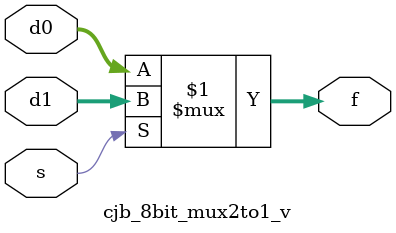
<source format=v>
module cjb_8bit_mux2to1_v (d1, d0, s, f);

input	[7:0] d1, d0;
input s;
output [7:0] f;

// Ternary operator conditional assignment

assign f = s ? d1 : d0; 

endmodule 
</source>
